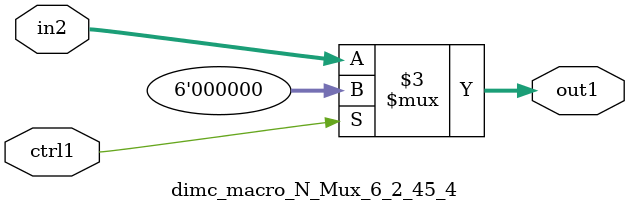
<source format=v>

`timescale 1ps / 1ps


module dimc_macro_N_Mux_6_2_45_4( in2, ctrl1, out1 );

    input [5:0] in2;
    input ctrl1;
    output [5:0] out1;
    reg [5:0] out1;

    
    // rtl_process:dimc_macro_N_Mux_6_2_45_4/dimc_macro_N_Mux_6_2_45_4_thread_1
    always @*
      begin : dimc_macro_N_Mux_6_2_45_4_thread_1
        case (ctrl1) 
          1'b1: 
            begin
              out1 = 6'd00;
            end
          default: 
            begin
              out1 = in2;
            end
        endcase
      end

endmodule





</source>
